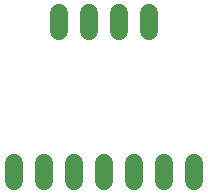
<source format=gbr>
G04 EAGLE Gerber RS-274X export*
G75*
%MOMM*%
%FSLAX34Y34*%
%LPD*%
%INBottom Copper*%
%IPPOS*%
%AMOC8*
5,1,8,0,0,1.08239X$1,22.5*%
G01*
%ADD10C,1.524000*%


D10*
X152400Y198120D02*
X152400Y182880D01*
X127000Y182880D02*
X127000Y198120D01*
X101600Y198120D02*
X101600Y182880D01*
X76200Y182880D02*
X76200Y198120D01*
X38100Y71120D02*
X38100Y55880D01*
X63500Y55880D02*
X63500Y71120D01*
X88900Y71120D02*
X88900Y55880D01*
X114300Y55880D02*
X114300Y71120D01*
X139700Y71120D02*
X139700Y55880D01*
X165100Y55880D02*
X165100Y71120D01*
X190500Y71120D02*
X190500Y55880D01*
M02*

</source>
